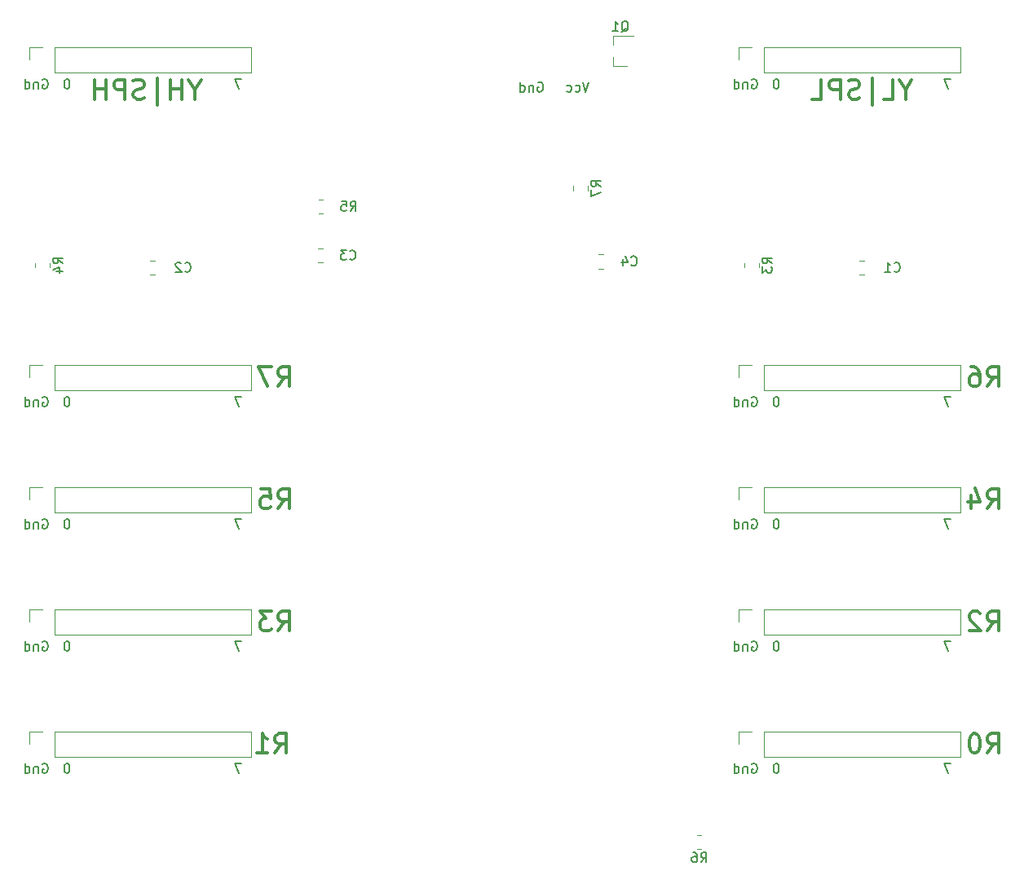
<source format=gbr>
%TF.GenerationSoftware,KiCad,Pcbnew,(5.1.8)-1*%
%TF.CreationDate,2024-01-21T21:11:34+03:00*%
%TF.ProjectId,Regs-v3,52656773-2d76-4332-9e6b-696361645f70,rev?*%
%TF.SameCoordinates,Original*%
%TF.FileFunction,Legend,Bot*%
%TF.FilePolarity,Positive*%
%FSLAX46Y46*%
G04 Gerber Fmt 4.6, Leading zero omitted, Abs format (unit mm)*
G04 Created by KiCad (PCBNEW (5.1.8)-1) date 2024-01-21 21:11:34*
%MOMM*%
%LPD*%
G01*
G04 APERTURE LIST*
%ADD10C,0.300000*%
%ADD11C,0.150000*%
%ADD12C,0.120000*%
G04 APERTURE END LIST*
D10*
X69135000Y-23447380D02*
X69135000Y-24399761D01*
X69801666Y-22399761D02*
X69135000Y-23447380D01*
X68468333Y-22399761D01*
X67801666Y-24399761D02*
X67801666Y-22399761D01*
X67801666Y-23352142D02*
X66658809Y-23352142D01*
X66658809Y-24399761D02*
X66658809Y-22399761D01*
X65230238Y-25066428D02*
X65230238Y-22209285D01*
X63896904Y-24304523D02*
X63611190Y-24399761D01*
X63135000Y-24399761D01*
X62944523Y-24304523D01*
X62849285Y-24209285D01*
X62754047Y-24018809D01*
X62754047Y-23828333D01*
X62849285Y-23637857D01*
X62944523Y-23542619D01*
X63135000Y-23447380D01*
X63515952Y-23352142D01*
X63706428Y-23256904D01*
X63801666Y-23161666D01*
X63896904Y-22971190D01*
X63896904Y-22780714D01*
X63801666Y-22590238D01*
X63706428Y-22495000D01*
X63515952Y-22399761D01*
X63039761Y-22399761D01*
X62754047Y-22495000D01*
X61896904Y-24399761D02*
X61896904Y-22399761D01*
X61135000Y-22399761D01*
X60944523Y-22495000D01*
X60849285Y-22590238D01*
X60754047Y-22780714D01*
X60754047Y-23066428D01*
X60849285Y-23256904D01*
X60944523Y-23352142D01*
X61135000Y-23447380D01*
X61896904Y-23447380D01*
X59896904Y-24399761D02*
X59896904Y-22399761D01*
X59896904Y-23352142D02*
X58754047Y-23352142D01*
X58754047Y-24399761D02*
X58754047Y-22399761D01*
X142953809Y-23447380D02*
X142953809Y-24399761D01*
X143620476Y-22399761D02*
X142953809Y-23447380D01*
X142287142Y-22399761D01*
X140668095Y-24399761D02*
X141620476Y-24399761D01*
X141620476Y-22399761D01*
X139525238Y-25066428D02*
X139525238Y-22209285D01*
X138191904Y-24304523D02*
X137906190Y-24399761D01*
X137430000Y-24399761D01*
X137239523Y-24304523D01*
X137144285Y-24209285D01*
X137049047Y-24018809D01*
X137049047Y-23828333D01*
X137144285Y-23637857D01*
X137239523Y-23542619D01*
X137430000Y-23447380D01*
X137810952Y-23352142D01*
X138001428Y-23256904D01*
X138096666Y-23161666D01*
X138191904Y-22971190D01*
X138191904Y-22780714D01*
X138096666Y-22590238D01*
X138001428Y-22495000D01*
X137810952Y-22399761D01*
X137334761Y-22399761D01*
X137049047Y-22495000D01*
X136191904Y-24399761D02*
X136191904Y-22399761D01*
X135430000Y-22399761D01*
X135239523Y-22495000D01*
X135144285Y-22590238D01*
X135049047Y-22780714D01*
X135049047Y-23066428D01*
X135144285Y-23256904D01*
X135239523Y-23352142D01*
X135430000Y-23447380D01*
X136191904Y-23447380D01*
X133239523Y-24399761D02*
X134191904Y-24399761D01*
X134191904Y-22399761D01*
X151463333Y-92344761D02*
X152130000Y-91392380D01*
X152606190Y-92344761D02*
X152606190Y-90344761D01*
X151844285Y-90344761D01*
X151653809Y-90440000D01*
X151558571Y-90535238D01*
X151463333Y-90725714D01*
X151463333Y-91011428D01*
X151558571Y-91201904D01*
X151653809Y-91297142D01*
X151844285Y-91392380D01*
X152606190Y-91392380D01*
X150225238Y-90344761D02*
X150034761Y-90344761D01*
X149844285Y-90440000D01*
X149749047Y-90535238D01*
X149653809Y-90725714D01*
X149558571Y-91106666D01*
X149558571Y-91582857D01*
X149653809Y-91963809D01*
X149749047Y-92154285D01*
X149844285Y-92249523D01*
X150034761Y-92344761D01*
X150225238Y-92344761D01*
X150415714Y-92249523D01*
X150510952Y-92154285D01*
X150606190Y-91963809D01*
X150701428Y-91582857D01*
X150701428Y-91106666D01*
X150606190Y-90725714D01*
X150510952Y-90535238D01*
X150415714Y-90440000D01*
X150225238Y-90344761D01*
X151463333Y-79644761D02*
X152130000Y-78692380D01*
X152606190Y-79644761D02*
X152606190Y-77644761D01*
X151844285Y-77644761D01*
X151653809Y-77740000D01*
X151558571Y-77835238D01*
X151463333Y-78025714D01*
X151463333Y-78311428D01*
X151558571Y-78501904D01*
X151653809Y-78597142D01*
X151844285Y-78692380D01*
X152606190Y-78692380D01*
X150701428Y-77835238D02*
X150606190Y-77740000D01*
X150415714Y-77644761D01*
X149939523Y-77644761D01*
X149749047Y-77740000D01*
X149653809Y-77835238D01*
X149558571Y-78025714D01*
X149558571Y-78216190D01*
X149653809Y-78501904D01*
X150796666Y-79644761D01*
X149558571Y-79644761D01*
X151463333Y-66944761D02*
X152130000Y-65992380D01*
X152606190Y-66944761D02*
X152606190Y-64944761D01*
X151844285Y-64944761D01*
X151653809Y-65040000D01*
X151558571Y-65135238D01*
X151463333Y-65325714D01*
X151463333Y-65611428D01*
X151558571Y-65801904D01*
X151653809Y-65897142D01*
X151844285Y-65992380D01*
X152606190Y-65992380D01*
X149749047Y-65611428D02*
X149749047Y-66944761D01*
X150225238Y-64849523D02*
X150701428Y-66278095D01*
X149463333Y-66278095D01*
X151463333Y-54244761D02*
X152130000Y-53292380D01*
X152606190Y-54244761D02*
X152606190Y-52244761D01*
X151844285Y-52244761D01*
X151653809Y-52340000D01*
X151558571Y-52435238D01*
X151463333Y-52625714D01*
X151463333Y-52911428D01*
X151558571Y-53101904D01*
X151653809Y-53197142D01*
X151844285Y-53292380D01*
X152606190Y-53292380D01*
X149749047Y-52244761D02*
X150130000Y-52244761D01*
X150320476Y-52340000D01*
X150415714Y-52435238D01*
X150606190Y-52720952D01*
X150701428Y-53101904D01*
X150701428Y-53863809D01*
X150606190Y-54054285D01*
X150510952Y-54149523D01*
X150320476Y-54244761D01*
X149939523Y-54244761D01*
X149749047Y-54149523D01*
X149653809Y-54054285D01*
X149558571Y-53863809D01*
X149558571Y-53387619D01*
X149653809Y-53197142D01*
X149749047Y-53101904D01*
X149939523Y-53006666D01*
X150320476Y-53006666D01*
X150510952Y-53101904D01*
X150606190Y-53197142D01*
X150701428Y-53387619D01*
X77803333Y-54244761D02*
X78470000Y-53292380D01*
X78946190Y-54244761D02*
X78946190Y-52244761D01*
X78184285Y-52244761D01*
X77993809Y-52340000D01*
X77898571Y-52435238D01*
X77803333Y-52625714D01*
X77803333Y-52911428D01*
X77898571Y-53101904D01*
X77993809Y-53197142D01*
X78184285Y-53292380D01*
X78946190Y-53292380D01*
X77136666Y-52244761D02*
X75803333Y-52244761D01*
X76660476Y-54244761D01*
X77803333Y-66944761D02*
X78470000Y-65992380D01*
X78946190Y-66944761D02*
X78946190Y-64944761D01*
X78184285Y-64944761D01*
X77993809Y-65040000D01*
X77898571Y-65135238D01*
X77803333Y-65325714D01*
X77803333Y-65611428D01*
X77898571Y-65801904D01*
X77993809Y-65897142D01*
X78184285Y-65992380D01*
X78946190Y-65992380D01*
X75993809Y-64944761D02*
X76946190Y-64944761D01*
X77041428Y-65897142D01*
X76946190Y-65801904D01*
X76755714Y-65706666D01*
X76279523Y-65706666D01*
X76089047Y-65801904D01*
X75993809Y-65897142D01*
X75898571Y-66087619D01*
X75898571Y-66563809D01*
X75993809Y-66754285D01*
X76089047Y-66849523D01*
X76279523Y-66944761D01*
X76755714Y-66944761D01*
X76946190Y-66849523D01*
X77041428Y-66754285D01*
X77803333Y-79644761D02*
X78470000Y-78692380D01*
X78946190Y-79644761D02*
X78946190Y-77644761D01*
X78184285Y-77644761D01*
X77993809Y-77740000D01*
X77898571Y-77835238D01*
X77803333Y-78025714D01*
X77803333Y-78311428D01*
X77898571Y-78501904D01*
X77993809Y-78597142D01*
X78184285Y-78692380D01*
X78946190Y-78692380D01*
X77136666Y-77644761D02*
X75898571Y-77644761D01*
X76565238Y-78406666D01*
X76279523Y-78406666D01*
X76089047Y-78501904D01*
X75993809Y-78597142D01*
X75898571Y-78787619D01*
X75898571Y-79263809D01*
X75993809Y-79454285D01*
X76089047Y-79549523D01*
X76279523Y-79644761D01*
X76850952Y-79644761D01*
X77041428Y-79549523D01*
X77136666Y-79454285D01*
X77485833Y-92344761D02*
X78152500Y-91392380D01*
X78628690Y-92344761D02*
X78628690Y-90344761D01*
X77866785Y-90344761D01*
X77676309Y-90440000D01*
X77581071Y-90535238D01*
X77485833Y-90725714D01*
X77485833Y-91011428D01*
X77581071Y-91201904D01*
X77676309Y-91297142D01*
X77866785Y-91392380D01*
X78628690Y-91392380D01*
X75581071Y-92344761D02*
X76723928Y-92344761D01*
X76152500Y-92344761D02*
X76152500Y-90344761D01*
X76342976Y-90630476D01*
X76533452Y-90820952D01*
X76723928Y-90916190D01*
D11*
X110092976Y-22629880D02*
X109759642Y-23629880D01*
X109426309Y-22629880D01*
X108664404Y-23582261D02*
X108759642Y-23629880D01*
X108950119Y-23629880D01*
X109045357Y-23582261D01*
X109092976Y-23534642D01*
X109140595Y-23439404D01*
X109140595Y-23153690D01*
X109092976Y-23058452D01*
X109045357Y-23010833D01*
X108950119Y-22963214D01*
X108759642Y-22963214D01*
X108664404Y-23010833D01*
X107807261Y-23582261D02*
X107902500Y-23629880D01*
X108092976Y-23629880D01*
X108188214Y-23582261D01*
X108235833Y-23534642D01*
X108283452Y-23439404D01*
X108283452Y-23153690D01*
X108235833Y-23058452D01*
X108188214Y-23010833D01*
X108092976Y-22963214D01*
X107902500Y-22963214D01*
X107807261Y-23010833D01*
X104782857Y-22677500D02*
X104878095Y-22629880D01*
X105020952Y-22629880D01*
X105163809Y-22677500D01*
X105259047Y-22772738D01*
X105306666Y-22867976D01*
X105354285Y-23058452D01*
X105354285Y-23201309D01*
X105306666Y-23391785D01*
X105259047Y-23487023D01*
X105163809Y-23582261D01*
X105020952Y-23629880D01*
X104925714Y-23629880D01*
X104782857Y-23582261D01*
X104735238Y-23534642D01*
X104735238Y-23201309D01*
X104925714Y-23201309D01*
X104306666Y-22963214D02*
X104306666Y-23629880D01*
X104306666Y-23058452D02*
X104259047Y-23010833D01*
X104163809Y-22963214D01*
X104020952Y-22963214D01*
X103925714Y-23010833D01*
X103878095Y-23106071D01*
X103878095Y-23629880D01*
X102973333Y-23629880D02*
X102973333Y-22629880D01*
X102973333Y-23582261D02*
X103068571Y-23629880D01*
X103259047Y-23629880D01*
X103354285Y-23582261D01*
X103401904Y-23534642D01*
X103449523Y-23439404D01*
X103449523Y-23153690D01*
X103401904Y-23058452D01*
X103354285Y-23010833D01*
X103259047Y-22963214D01*
X103068571Y-22963214D01*
X102973333Y-23010833D01*
X53347857Y-93480000D02*
X53443095Y-93432380D01*
X53585952Y-93432380D01*
X53728809Y-93480000D01*
X53824047Y-93575238D01*
X53871666Y-93670476D01*
X53919285Y-93860952D01*
X53919285Y-94003809D01*
X53871666Y-94194285D01*
X53824047Y-94289523D01*
X53728809Y-94384761D01*
X53585952Y-94432380D01*
X53490714Y-94432380D01*
X53347857Y-94384761D01*
X53300238Y-94337142D01*
X53300238Y-94003809D01*
X53490714Y-94003809D01*
X52871666Y-93765714D02*
X52871666Y-94432380D01*
X52871666Y-93860952D02*
X52824047Y-93813333D01*
X52728809Y-93765714D01*
X52585952Y-93765714D01*
X52490714Y-93813333D01*
X52443095Y-93908571D01*
X52443095Y-94432380D01*
X51538333Y-94432380D02*
X51538333Y-93432380D01*
X51538333Y-94384761D02*
X51633571Y-94432380D01*
X51824047Y-94432380D01*
X51919285Y-94384761D01*
X51966904Y-94337142D01*
X52014523Y-94241904D01*
X52014523Y-93956190D01*
X51966904Y-93860952D01*
X51919285Y-93813333D01*
X51824047Y-93765714D01*
X51633571Y-93765714D01*
X51538333Y-93813333D01*
X73993333Y-93432380D02*
X73326666Y-93432380D01*
X73755238Y-94432380D01*
X55927619Y-93432380D02*
X55832380Y-93432380D01*
X55737142Y-93480000D01*
X55689523Y-93527619D01*
X55641904Y-93622857D01*
X55594285Y-93813333D01*
X55594285Y-94051428D01*
X55641904Y-94241904D01*
X55689523Y-94337142D01*
X55737142Y-94384761D01*
X55832380Y-94432380D01*
X55927619Y-94432380D01*
X56022857Y-94384761D01*
X56070476Y-94337142D01*
X56118095Y-94241904D01*
X56165714Y-94051428D01*
X56165714Y-93813333D01*
X56118095Y-93622857D01*
X56070476Y-93527619D01*
X56022857Y-93480000D01*
X55927619Y-93432380D01*
X53347857Y-80780000D02*
X53443095Y-80732380D01*
X53585952Y-80732380D01*
X53728809Y-80780000D01*
X53824047Y-80875238D01*
X53871666Y-80970476D01*
X53919285Y-81160952D01*
X53919285Y-81303809D01*
X53871666Y-81494285D01*
X53824047Y-81589523D01*
X53728809Y-81684761D01*
X53585952Y-81732380D01*
X53490714Y-81732380D01*
X53347857Y-81684761D01*
X53300238Y-81637142D01*
X53300238Y-81303809D01*
X53490714Y-81303809D01*
X52871666Y-81065714D02*
X52871666Y-81732380D01*
X52871666Y-81160952D02*
X52824047Y-81113333D01*
X52728809Y-81065714D01*
X52585952Y-81065714D01*
X52490714Y-81113333D01*
X52443095Y-81208571D01*
X52443095Y-81732380D01*
X51538333Y-81732380D02*
X51538333Y-80732380D01*
X51538333Y-81684761D02*
X51633571Y-81732380D01*
X51824047Y-81732380D01*
X51919285Y-81684761D01*
X51966904Y-81637142D01*
X52014523Y-81541904D01*
X52014523Y-81256190D01*
X51966904Y-81160952D01*
X51919285Y-81113333D01*
X51824047Y-81065714D01*
X51633571Y-81065714D01*
X51538333Y-81113333D01*
X73993333Y-80732380D02*
X73326666Y-80732380D01*
X73755238Y-81732380D01*
X55927619Y-80732380D02*
X55832380Y-80732380D01*
X55737142Y-80780000D01*
X55689523Y-80827619D01*
X55641904Y-80922857D01*
X55594285Y-81113333D01*
X55594285Y-81351428D01*
X55641904Y-81541904D01*
X55689523Y-81637142D01*
X55737142Y-81684761D01*
X55832380Y-81732380D01*
X55927619Y-81732380D01*
X56022857Y-81684761D01*
X56070476Y-81637142D01*
X56118095Y-81541904D01*
X56165714Y-81351428D01*
X56165714Y-81113333D01*
X56118095Y-80922857D01*
X56070476Y-80827619D01*
X56022857Y-80780000D01*
X55927619Y-80732380D01*
X53347857Y-68080000D02*
X53443095Y-68032380D01*
X53585952Y-68032380D01*
X53728809Y-68080000D01*
X53824047Y-68175238D01*
X53871666Y-68270476D01*
X53919285Y-68460952D01*
X53919285Y-68603809D01*
X53871666Y-68794285D01*
X53824047Y-68889523D01*
X53728809Y-68984761D01*
X53585952Y-69032380D01*
X53490714Y-69032380D01*
X53347857Y-68984761D01*
X53300238Y-68937142D01*
X53300238Y-68603809D01*
X53490714Y-68603809D01*
X52871666Y-68365714D02*
X52871666Y-69032380D01*
X52871666Y-68460952D02*
X52824047Y-68413333D01*
X52728809Y-68365714D01*
X52585952Y-68365714D01*
X52490714Y-68413333D01*
X52443095Y-68508571D01*
X52443095Y-69032380D01*
X51538333Y-69032380D02*
X51538333Y-68032380D01*
X51538333Y-68984761D02*
X51633571Y-69032380D01*
X51824047Y-69032380D01*
X51919285Y-68984761D01*
X51966904Y-68937142D01*
X52014523Y-68841904D01*
X52014523Y-68556190D01*
X51966904Y-68460952D01*
X51919285Y-68413333D01*
X51824047Y-68365714D01*
X51633571Y-68365714D01*
X51538333Y-68413333D01*
X73993333Y-68032380D02*
X73326666Y-68032380D01*
X73755238Y-69032380D01*
X55927619Y-68032380D02*
X55832380Y-68032380D01*
X55737142Y-68080000D01*
X55689523Y-68127619D01*
X55641904Y-68222857D01*
X55594285Y-68413333D01*
X55594285Y-68651428D01*
X55641904Y-68841904D01*
X55689523Y-68937142D01*
X55737142Y-68984761D01*
X55832380Y-69032380D01*
X55927619Y-69032380D01*
X56022857Y-68984761D01*
X56070476Y-68937142D01*
X56118095Y-68841904D01*
X56165714Y-68651428D01*
X56165714Y-68413333D01*
X56118095Y-68222857D01*
X56070476Y-68127619D01*
X56022857Y-68080000D01*
X55927619Y-68032380D01*
X53347857Y-55380000D02*
X53443095Y-55332380D01*
X53585952Y-55332380D01*
X53728809Y-55380000D01*
X53824047Y-55475238D01*
X53871666Y-55570476D01*
X53919285Y-55760952D01*
X53919285Y-55903809D01*
X53871666Y-56094285D01*
X53824047Y-56189523D01*
X53728809Y-56284761D01*
X53585952Y-56332380D01*
X53490714Y-56332380D01*
X53347857Y-56284761D01*
X53300238Y-56237142D01*
X53300238Y-55903809D01*
X53490714Y-55903809D01*
X52871666Y-55665714D02*
X52871666Y-56332380D01*
X52871666Y-55760952D02*
X52824047Y-55713333D01*
X52728809Y-55665714D01*
X52585952Y-55665714D01*
X52490714Y-55713333D01*
X52443095Y-55808571D01*
X52443095Y-56332380D01*
X51538333Y-56332380D02*
X51538333Y-55332380D01*
X51538333Y-56284761D02*
X51633571Y-56332380D01*
X51824047Y-56332380D01*
X51919285Y-56284761D01*
X51966904Y-56237142D01*
X52014523Y-56141904D01*
X52014523Y-55856190D01*
X51966904Y-55760952D01*
X51919285Y-55713333D01*
X51824047Y-55665714D01*
X51633571Y-55665714D01*
X51538333Y-55713333D01*
X73993333Y-55332380D02*
X73326666Y-55332380D01*
X73755238Y-56332380D01*
X55927619Y-55332380D02*
X55832380Y-55332380D01*
X55737142Y-55380000D01*
X55689523Y-55427619D01*
X55641904Y-55522857D01*
X55594285Y-55713333D01*
X55594285Y-55951428D01*
X55641904Y-56141904D01*
X55689523Y-56237142D01*
X55737142Y-56284761D01*
X55832380Y-56332380D01*
X55927619Y-56332380D01*
X56022857Y-56284761D01*
X56070476Y-56237142D01*
X56118095Y-56141904D01*
X56165714Y-55951428D01*
X56165714Y-55713333D01*
X56118095Y-55522857D01*
X56070476Y-55427619D01*
X56022857Y-55380000D01*
X55927619Y-55332380D01*
X53347857Y-22360000D02*
X53443095Y-22312380D01*
X53585952Y-22312380D01*
X53728809Y-22360000D01*
X53824047Y-22455238D01*
X53871666Y-22550476D01*
X53919285Y-22740952D01*
X53919285Y-22883809D01*
X53871666Y-23074285D01*
X53824047Y-23169523D01*
X53728809Y-23264761D01*
X53585952Y-23312380D01*
X53490714Y-23312380D01*
X53347857Y-23264761D01*
X53300238Y-23217142D01*
X53300238Y-22883809D01*
X53490714Y-22883809D01*
X52871666Y-22645714D02*
X52871666Y-23312380D01*
X52871666Y-22740952D02*
X52824047Y-22693333D01*
X52728809Y-22645714D01*
X52585952Y-22645714D01*
X52490714Y-22693333D01*
X52443095Y-22788571D01*
X52443095Y-23312380D01*
X51538333Y-23312380D02*
X51538333Y-22312380D01*
X51538333Y-23264761D02*
X51633571Y-23312380D01*
X51824047Y-23312380D01*
X51919285Y-23264761D01*
X51966904Y-23217142D01*
X52014523Y-23121904D01*
X52014523Y-22836190D01*
X51966904Y-22740952D01*
X51919285Y-22693333D01*
X51824047Y-22645714D01*
X51633571Y-22645714D01*
X51538333Y-22693333D01*
X73993333Y-22312380D02*
X73326666Y-22312380D01*
X73755238Y-23312380D01*
X55927619Y-22312380D02*
X55832380Y-22312380D01*
X55737142Y-22360000D01*
X55689523Y-22407619D01*
X55641904Y-22502857D01*
X55594285Y-22693333D01*
X55594285Y-22931428D01*
X55641904Y-23121904D01*
X55689523Y-23217142D01*
X55737142Y-23264761D01*
X55832380Y-23312380D01*
X55927619Y-23312380D01*
X56022857Y-23264761D01*
X56070476Y-23217142D01*
X56118095Y-23121904D01*
X56165714Y-22931428D01*
X56165714Y-22693333D01*
X56118095Y-22502857D01*
X56070476Y-22407619D01*
X56022857Y-22360000D01*
X55927619Y-22312380D01*
X127007857Y-22360000D02*
X127103095Y-22312380D01*
X127245952Y-22312380D01*
X127388809Y-22360000D01*
X127484047Y-22455238D01*
X127531666Y-22550476D01*
X127579285Y-22740952D01*
X127579285Y-22883809D01*
X127531666Y-23074285D01*
X127484047Y-23169523D01*
X127388809Y-23264761D01*
X127245952Y-23312380D01*
X127150714Y-23312380D01*
X127007857Y-23264761D01*
X126960238Y-23217142D01*
X126960238Y-22883809D01*
X127150714Y-22883809D01*
X126531666Y-22645714D02*
X126531666Y-23312380D01*
X126531666Y-22740952D02*
X126484047Y-22693333D01*
X126388809Y-22645714D01*
X126245952Y-22645714D01*
X126150714Y-22693333D01*
X126103095Y-22788571D01*
X126103095Y-23312380D01*
X125198333Y-23312380D02*
X125198333Y-22312380D01*
X125198333Y-23264761D02*
X125293571Y-23312380D01*
X125484047Y-23312380D01*
X125579285Y-23264761D01*
X125626904Y-23217142D01*
X125674523Y-23121904D01*
X125674523Y-22836190D01*
X125626904Y-22740952D01*
X125579285Y-22693333D01*
X125484047Y-22645714D01*
X125293571Y-22645714D01*
X125198333Y-22693333D01*
X147653333Y-22312380D02*
X146986666Y-22312380D01*
X147415238Y-23312380D01*
X129587619Y-22312380D02*
X129492380Y-22312380D01*
X129397142Y-22360000D01*
X129349523Y-22407619D01*
X129301904Y-22502857D01*
X129254285Y-22693333D01*
X129254285Y-22931428D01*
X129301904Y-23121904D01*
X129349523Y-23217142D01*
X129397142Y-23264761D01*
X129492380Y-23312380D01*
X129587619Y-23312380D01*
X129682857Y-23264761D01*
X129730476Y-23217142D01*
X129778095Y-23121904D01*
X129825714Y-22931428D01*
X129825714Y-22693333D01*
X129778095Y-22502857D01*
X129730476Y-22407619D01*
X129682857Y-22360000D01*
X129587619Y-22312380D01*
X127007857Y-55380000D02*
X127103095Y-55332380D01*
X127245952Y-55332380D01*
X127388809Y-55380000D01*
X127484047Y-55475238D01*
X127531666Y-55570476D01*
X127579285Y-55760952D01*
X127579285Y-55903809D01*
X127531666Y-56094285D01*
X127484047Y-56189523D01*
X127388809Y-56284761D01*
X127245952Y-56332380D01*
X127150714Y-56332380D01*
X127007857Y-56284761D01*
X126960238Y-56237142D01*
X126960238Y-55903809D01*
X127150714Y-55903809D01*
X126531666Y-55665714D02*
X126531666Y-56332380D01*
X126531666Y-55760952D02*
X126484047Y-55713333D01*
X126388809Y-55665714D01*
X126245952Y-55665714D01*
X126150714Y-55713333D01*
X126103095Y-55808571D01*
X126103095Y-56332380D01*
X125198333Y-56332380D02*
X125198333Y-55332380D01*
X125198333Y-56284761D02*
X125293571Y-56332380D01*
X125484047Y-56332380D01*
X125579285Y-56284761D01*
X125626904Y-56237142D01*
X125674523Y-56141904D01*
X125674523Y-55856190D01*
X125626904Y-55760952D01*
X125579285Y-55713333D01*
X125484047Y-55665714D01*
X125293571Y-55665714D01*
X125198333Y-55713333D01*
X147653333Y-55332380D02*
X146986666Y-55332380D01*
X147415238Y-56332380D01*
X129587619Y-55332380D02*
X129492380Y-55332380D01*
X129397142Y-55380000D01*
X129349523Y-55427619D01*
X129301904Y-55522857D01*
X129254285Y-55713333D01*
X129254285Y-55951428D01*
X129301904Y-56141904D01*
X129349523Y-56237142D01*
X129397142Y-56284761D01*
X129492380Y-56332380D01*
X129587619Y-56332380D01*
X129682857Y-56284761D01*
X129730476Y-56237142D01*
X129778095Y-56141904D01*
X129825714Y-55951428D01*
X129825714Y-55713333D01*
X129778095Y-55522857D01*
X129730476Y-55427619D01*
X129682857Y-55380000D01*
X129587619Y-55332380D01*
X127007857Y-68080000D02*
X127103095Y-68032380D01*
X127245952Y-68032380D01*
X127388809Y-68080000D01*
X127484047Y-68175238D01*
X127531666Y-68270476D01*
X127579285Y-68460952D01*
X127579285Y-68603809D01*
X127531666Y-68794285D01*
X127484047Y-68889523D01*
X127388809Y-68984761D01*
X127245952Y-69032380D01*
X127150714Y-69032380D01*
X127007857Y-68984761D01*
X126960238Y-68937142D01*
X126960238Y-68603809D01*
X127150714Y-68603809D01*
X126531666Y-68365714D02*
X126531666Y-69032380D01*
X126531666Y-68460952D02*
X126484047Y-68413333D01*
X126388809Y-68365714D01*
X126245952Y-68365714D01*
X126150714Y-68413333D01*
X126103095Y-68508571D01*
X126103095Y-69032380D01*
X125198333Y-69032380D02*
X125198333Y-68032380D01*
X125198333Y-68984761D02*
X125293571Y-69032380D01*
X125484047Y-69032380D01*
X125579285Y-68984761D01*
X125626904Y-68937142D01*
X125674523Y-68841904D01*
X125674523Y-68556190D01*
X125626904Y-68460952D01*
X125579285Y-68413333D01*
X125484047Y-68365714D01*
X125293571Y-68365714D01*
X125198333Y-68413333D01*
X147653333Y-68032380D02*
X146986666Y-68032380D01*
X147415238Y-69032380D01*
X129587619Y-68032380D02*
X129492380Y-68032380D01*
X129397142Y-68080000D01*
X129349523Y-68127619D01*
X129301904Y-68222857D01*
X129254285Y-68413333D01*
X129254285Y-68651428D01*
X129301904Y-68841904D01*
X129349523Y-68937142D01*
X129397142Y-68984761D01*
X129492380Y-69032380D01*
X129587619Y-69032380D01*
X129682857Y-68984761D01*
X129730476Y-68937142D01*
X129778095Y-68841904D01*
X129825714Y-68651428D01*
X129825714Y-68413333D01*
X129778095Y-68222857D01*
X129730476Y-68127619D01*
X129682857Y-68080000D01*
X129587619Y-68032380D01*
X127007857Y-80780000D02*
X127103095Y-80732380D01*
X127245952Y-80732380D01*
X127388809Y-80780000D01*
X127484047Y-80875238D01*
X127531666Y-80970476D01*
X127579285Y-81160952D01*
X127579285Y-81303809D01*
X127531666Y-81494285D01*
X127484047Y-81589523D01*
X127388809Y-81684761D01*
X127245952Y-81732380D01*
X127150714Y-81732380D01*
X127007857Y-81684761D01*
X126960238Y-81637142D01*
X126960238Y-81303809D01*
X127150714Y-81303809D01*
X126531666Y-81065714D02*
X126531666Y-81732380D01*
X126531666Y-81160952D02*
X126484047Y-81113333D01*
X126388809Y-81065714D01*
X126245952Y-81065714D01*
X126150714Y-81113333D01*
X126103095Y-81208571D01*
X126103095Y-81732380D01*
X125198333Y-81732380D02*
X125198333Y-80732380D01*
X125198333Y-81684761D02*
X125293571Y-81732380D01*
X125484047Y-81732380D01*
X125579285Y-81684761D01*
X125626904Y-81637142D01*
X125674523Y-81541904D01*
X125674523Y-81256190D01*
X125626904Y-81160952D01*
X125579285Y-81113333D01*
X125484047Y-81065714D01*
X125293571Y-81065714D01*
X125198333Y-81113333D01*
X147653333Y-80732380D02*
X146986666Y-80732380D01*
X147415238Y-81732380D01*
X129587619Y-80732380D02*
X129492380Y-80732380D01*
X129397142Y-80780000D01*
X129349523Y-80827619D01*
X129301904Y-80922857D01*
X129254285Y-81113333D01*
X129254285Y-81351428D01*
X129301904Y-81541904D01*
X129349523Y-81637142D01*
X129397142Y-81684761D01*
X129492380Y-81732380D01*
X129587619Y-81732380D01*
X129682857Y-81684761D01*
X129730476Y-81637142D01*
X129778095Y-81541904D01*
X129825714Y-81351428D01*
X129825714Y-81113333D01*
X129778095Y-80922857D01*
X129730476Y-80827619D01*
X129682857Y-80780000D01*
X129587619Y-80732380D01*
X127007857Y-93480000D02*
X127103095Y-93432380D01*
X127245952Y-93432380D01*
X127388809Y-93480000D01*
X127484047Y-93575238D01*
X127531666Y-93670476D01*
X127579285Y-93860952D01*
X127579285Y-94003809D01*
X127531666Y-94194285D01*
X127484047Y-94289523D01*
X127388809Y-94384761D01*
X127245952Y-94432380D01*
X127150714Y-94432380D01*
X127007857Y-94384761D01*
X126960238Y-94337142D01*
X126960238Y-94003809D01*
X127150714Y-94003809D01*
X126531666Y-93765714D02*
X126531666Y-94432380D01*
X126531666Y-93860952D02*
X126484047Y-93813333D01*
X126388809Y-93765714D01*
X126245952Y-93765714D01*
X126150714Y-93813333D01*
X126103095Y-93908571D01*
X126103095Y-94432380D01*
X125198333Y-94432380D02*
X125198333Y-93432380D01*
X125198333Y-94384761D02*
X125293571Y-94432380D01*
X125484047Y-94432380D01*
X125579285Y-94384761D01*
X125626904Y-94337142D01*
X125674523Y-94241904D01*
X125674523Y-93956190D01*
X125626904Y-93860952D01*
X125579285Y-93813333D01*
X125484047Y-93765714D01*
X125293571Y-93765714D01*
X125198333Y-93813333D01*
X147653333Y-93432380D02*
X146986666Y-93432380D01*
X147415238Y-94432380D01*
X129587619Y-93432380D02*
X129492380Y-93432380D01*
X129397142Y-93480000D01*
X129349523Y-93527619D01*
X129301904Y-93622857D01*
X129254285Y-93813333D01*
X129254285Y-94051428D01*
X129301904Y-94241904D01*
X129349523Y-94337142D01*
X129397142Y-94384761D01*
X129492380Y-94432380D01*
X129587619Y-94432380D01*
X129682857Y-94384761D01*
X129730476Y-94337142D01*
X129778095Y-94241904D01*
X129825714Y-94051428D01*
X129825714Y-93813333D01*
X129778095Y-93622857D01*
X129730476Y-93527619D01*
X129682857Y-93480000D01*
X129587619Y-93432380D01*
D12*
%TO.C,R7*%
X109955000Y-33882064D02*
X109955000Y-33427936D01*
X108485000Y-33882064D02*
X108485000Y-33427936D01*
%TO.C,Q1*%
X112587500Y-20947500D02*
X112587500Y-20017500D01*
X112587500Y-17787500D02*
X112587500Y-18717500D01*
X112587500Y-17787500D02*
X114747500Y-17787500D01*
X112587500Y-20947500D02*
X114047500Y-20947500D01*
%TO.C,C4*%
X111096248Y-42010000D02*
X111618752Y-42010000D01*
X111096248Y-40540000D02*
X111618752Y-40540000D01*
%TO.C,C3*%
X81971248Y-41375000D02*
X82493752Y-41375000D01*
X81971248Y-39905000D02*
X82493752Y-39905000D01*
%TO.C,C2*%
X64508748Y-42645000D02*
X65031252Y-42645000D01*
X64508748Y-41175000D02*
X65031252Y-41175000D01*
%TO.C,C1*%
X138168748Y-42645000D02*
X138691252Y-42645000D01*
X138168748Y-41175000D02*
X138691252Y-41175000D01*
%TO.C,R6*%
X121327936Y-102335000D02*
X121782064Y-102335000D01*
X121327936Y-100865000D02*
X121782064Y-100865000D01*
%TO.C,R5*%
X82459564Y-34825000D02*
X82005436Y-34825000D01*
X82459564Y-36295000D02*
X82005436Y-36295000D01*
%TO.C,R4*%
X52605000Y-41867064D02*
X52605000Y-41412936D01*
X54075000Y-41867064D02*
X54075000Y-41412936D01*
%TO.C,R3*%
X126265000Y-41867064D02*
X126265000Y-41412936D01*
X127735000Y-41867064D02*
X127735000Y-41412936D01*
%TO.C,J10*%
X52010000Y-18990000D02*
X52010000Y-20320000D01*
X53340000Y-18990000D02*
X52010000Y-18990000D01*
X54610000Y-18990000D02*
X54610000Y-21650000D01*
X54610000Y-21650000D02*
X74990000Y-21650000D01*
X54610000Y-18990000D02*
X74990000Y-18990000D01*
X74990000Y-18990000D02*
X74990000Y-21650000D01*
%TO.C,J9*%
X148650000Y-18990000D02*
X148650000Y-21650000D01*
X128270000Y-18990000D02*
X148650000Y-18990000D01*
X128270000Y-21650000D02*
X148650000Y-21650000D01*
X128270000Y-18990000D02*
X128270000Y-21650000D01*
X127000000Y-18990000D02*
X125670000Y-18990000D01*
X125670000Y-18990000D02*
X125670000Y-20320000D01*
%TO.C,J8*%
X74990000Y-52010000D02*
X74990000Y-54670000D01*
X54610000Y-52010000D02*
X74990000Y-52010000D01*
X54610000Y-54670000D02*
X74990000Y-54670000D01*
X54610000Y-52010000D02*
X54610000Y-54670000D01*
X53340000Y-52010000D02*
X52010000Y-52010000D01*
X52010000Y-52010000D02*
X52010000Y-53340000D01*
%TO.C,J7*%
X148650000Y-52010000D02*
X148650000Y-54670000D01*
X128270000Y-52010000D02*
X148650000Y-52010000D01*
X128270000Y-54670000D02*
X148650000Y-54670000D01*
X128270000Y-52010000D02*
X128270000Y-54670000D01*
X127000000Y-52010000D02*
X125670000Y-52010000D01*
X125670000Y-52010000D02*
X125670000Y-53340000D01*
%TO.C,J6*%
X74990000Y-64710000D02*
X74990000Y-67370000D01*
X54610000Y-64710000D02*
X74990000Y-64710000D01*
X54610000Y-67370000D02*
X74990000Y-67370000D01*
X54610000Y-64710000D02*
X54610000Y-67370000D01*
X53340000Y-64710000D02*
X52010000Y-64710000D01*
X52010000Y-64710000D02*
X52010000Y-66040000D01*
%TO.C,J5*%
X148650000Y-64710000D02*
X148650000Y-67370000D01*
X128270000Y-64710000D02*
X148650000Y-64710000D01*
X128270000Y-67370000D02*
X148650000Y-67370000D01*
X128270000Y-64710000D02*
X128270000Y-67370000D01*
X127000000Y-64710000D02*
X125670000Y-64710000D01*
X125670000Y-64710000D02*
X125670000Y-66040000D01*
%TO.C,J4*%
X74990000Y-77410000D02*
X74990000Y-80070000D01*
X54610000Y-77410000D02*
X74990000Y-77410000D01*
X54610000Y-80070000D02*
X74990000Y-80070000D01*
X54610000Y-77410000D02*
X54610000Y-80070000D01*
X53340000Y-77410000D02*
X52010000Y-77410000D01*
X52010000Y-77410000D02*
X52010000Y-78740000D01*
%TO.C,J3*%
X148650000Y-77410000D02*
X148650000Y-80070000D01*
X128270000Y-77410000D02*
X148650000Y-77410000D01*
X128270000Y-80070000D02*
X148650000Y-80070000D01*
X128270000Y-77410000D02*
X128270000Y-80070000D01*
X127000000Y-77410000D02*
X125670000Y-77410000D01*
X125670000Y-77410000D02*
X125670000Y-78740000D01*
%TO.C,J2*%
X74990000Y-90110000D02*
X74990000Y-92770000D01*
X54610000Y-90110000D02*
X74990000Y-90110000D01*
X54610000Y-92770000D02*
X74990000Y-92770000D01*
X54610000Y-90110000D02*
X54610000Y-92770000D01*
X53340000Y-90110000D02*
X52010000Y-90110000D01*
X52010000Y-90110000D02*
X52010000Y-91440000D01*
%TO.C,J1*%
X148650000Y-90110000D02*
X148650000Y-92770000D01*
X128270000Y-90110000D02*
X148650000Y-90110000D01*
X128270000Y-92770000D02*
X148650000Y-92770000D01*
X128270000Y-90110000D02*
X128270000Y-92770000D01*
X127000000Y-90110000D02*
X125670000Y-90110000D01*
X125670000Y-90110000D02*
X125670000Y-91440000D01*
%TO.C,R7*%
D11*
X111322380Y-33488333D02*
X110846190Y-33155000D01*
X111322380Y-32916904D02*
X110322380Y-32916904D01*
X110322380Y-33297857D01*
X110370000Y-33393095D01*
X110417619Y-33440714D01*
X110512857Y-33488333D01*
X110655714Y-33488333D01*
X110750952Y-33440714D01*
X110798571Y-33393095D01*
X110846190Y-33297857D01*
X110846190Y-32916904D01*
X110322380Y-33821666D02*
X110322380Y-34488333D01*
X111322380Y-34059761D01*
%TO.C,Q1*%
X113442738Y-17415119D02*
X113537976Y-17367500D01*
X113633214Y-17272261D01*
X113776071Y-17129404D01*
X113871309Y-17081785D01*
X113966547Y-17081785D01*
X113918928Y-17319880D02*
X114014166Y-17272261D01*
X114109404Y-17177023D01*
X114157023Y-16986547D01*
X114157023Y-16653214D01*
X114109404Y-16462738D01*
X114014166Y-16367500D01*
X113918928Y-16319880D01*
X113728452Y-16319880D01*
X113633214Y-16367500D01*
X113537976Y-16462738D01*
X113490357Y-16653214D01*
X113490357Y-16986547D01*
X113537976Y-17177023D01*
X113633214Y-17272261D01*
X113728452Y-17319880D01*
X113918928Y-17319880D01*
X112537976Y-17319880D02*
X113109404Y-17319880D01*
X112823690Y-17319880D02*
X112823690Y-16319880D01*
X112918928Y-16462738D01*
X113014166Y-16557976D01*
X113109404Y-16605595D01*
%TO.C,C4*%
X114466666Y-41632142D02*
X114514285Y-41679761D01*
X114657142Y-41727380D01*
X114752380Y-41727380D01*
X114895238Y-41679761D01*
X114990476Y-41584523D01*
X115038095Y-41489285D01*
X115085714Y-41298809D01*
X115085714Y-41155952D01*
X115038095Y-40965476D01*
X114990476Y-40870238D01*
X114895238Y-40775000D01*
X114752380Y-40727380D01*
X114657142Y-40727380D01*
X114514285Y-40775000D01*
X114466666Y-40822619D01*
X113609523Y-41060714D02*
X113609523Y-41727380D01*
X113847619Y-40679761D02*
X114085714Y-41394047D01*
X113466666Y-41394047D01*
%TO.C,C3*%
X85256666Y-40997142D02*
X85304285Y-41044761D01*
X85447142Y-41092380D01*
X85542380Y-41092380D01*
X85685238Y-41044761D01*
X85780476Y-40949523D01*
X85828095Y-40854285D01*
X85875714Y-40663809D01*
X85875714Y-40520952D01*
X85828095Y-40330476D01*
X85780476Y-40235238D01*
X85685238Y-40140000D01*
X85542380Y-40092380D01*
X85447142Y-40092380D01*
X85304285Y-40140000D01*
X85256666Y-40187619D01*
X84923333Y-40092380D02*
X84304285Y-40092380D01*
X84637619Y-40473333D01*
X84494761Y-40473333D01*
X84399523Y-40520952D01*
X84351904Y-40568571D01*
X84304285Y-40663809D01*
X84304285Y-40901904D01*
X84351904Y-40997142D01*
X84399523Y-41044761D01*
X84494761Y-41092380D01*
X84780476Y-41092380D01*
X84875714Y-41044761D01*
X84923333Y-40997142D01*
%TO.C,C2*%
X68111666Y-42267142D02*
X68159285Y-42314761D01*
X68302142Y-42362380D01*
X68397380Y-42362380D01*
X68540238Y-42314761D01*
X68635476Y-42219523D01*
X68683095Y-42124285D01*
X68730714Y-41933809D01*
X68730714Y-41790952D01*
X68683095Y-41600476D01*
X68635476Y-41505238D01*
X68540238Y-41410000D01*
X68397380Y-41362380D01*
X68302142Y-41362380D01*
X68159285Y-41410000D01*
X68111666Y-41457619D01*
X67730714Y-41457619D02*
X67683095Y-41410000D01*
X67587857Y-41362380D01*
X67349761Y-41362380D01*
X67254523Y-41410000D01*
X67206904Y-41457619D01*
X67159285Y-41552857D01*
X67159285Y-41648095D01*
X67206904Y-41790952D01*
X67778333Y-42362380D01*
X67159285Y-42362380D01*
%TO.C,C1*%
X141771666Y-42267142D02*
X141819285Y-42314761D01*
X141962142Y-42362380D01*
X142057380Y-42362380D01*
X142200238Y-42314761D01*
X142295476Y-42219523D01*
X142343095Y-42124285D01*
X142390714Y-41933809D01*
X142390714Y-41790952D01*
X142343095Y-41600476D01*
X142295476Y-41505238D01*
X142200238Y-41410000D01*
X142057380Y-41362380D01*
X141962142Y-41362380D01*
X141819285Y-41410000D01*
X141771666Y-41457619D01*
X140819285Y-42362380D02*
X141390714Y-42362380D01*
X141105000Y-42362380D02*
X141105000Y-41362380D01*
X141200238Y-41505238D01*
X141295476Y-41600476D01*
X141390714Y-41648095D01*
%TO.C,R6*%
X121721666Y-103702380D02*
X122055000Y-103226190D01*
X122293095Y-103702380D02*
X122293095Y-102702380D01*
X121912142Y-102702380D01*
X121816904Y-102750000D01*
X121769285Y-102797619D01*
X121721666Y-102892857D01*
X121721666Y-103035714D01*
X121769285Y-103130952D01*
X121816904Y-103178571D01*
X121912142Y-103226190D01*
X122293095Y-103226190D01*
X120864523Y-102702380D02*
X121055000Y-102702380D01*
X121150238Y-102750000D01*
X121197857Y-102797619D01*
X121293095Y-102940476D01*
X121340714Y-103130952D01*
X121340714Y-103511904D01*
X121293095Y-103607142D01*
X121245476Y-103654761D01*
X121150238Y-103702380D01*
X120959761Y-103702380D01*
X120864523Y-103654761D01*
X120816904Y-103607142D01*
X120769285Y-103511904D01*
X120769285Y-103273809D01*
X120816904Y-103178571D01*
X120864523Y-103130952D01*
X120959761Y-103083333D01*
X121150238Y-103083333D01*
X121245476Y-103130952D01*
X121293095Y-103178571D01*
X121340714Y-103273809D01*
%TO.C,R5*%
X85304166Y-36012380D02*
X85637500Y-35536190D01*
X85875595Y-36012380D02*
X85875595Y-35012380D01*
X85494642Y-35012380D01*
X85399404Y-35060000D01*
X85351785Y-35107619D01*
X85304166Y-35202857D01*
X85304166Y-35345714D01*
X85351785Y-35440952D01*
X85399404Y-35488571D01*
X85494642Y-35536190D01*
X85875595Y-35536190D01*
X84399404Y-35012380D02*
X84875595Y-35012380D01*
X84923214Y-35488571D01*
X84875595Y-35440952D01*
X84780357Y-35393333D01*
X84542261Y-35393333D01*
X84447023Y-35440952D01*
X84399404Y-35488571D01*
X84351785Y-35583809D01*
X84351785Y-35821904D01*
X84399404Y-35917142D01*
X84447023Y-35964761D01*
X84542261Y-36012380D01*
X84780357Y-36012380D01*
X84875595Y-35964761D01*
X84923214Y-35917142D01*
%TO.C,R4*%
X55442380Y-41473333D02*
X54966190Y-41140000D01*
X55442380Y-40901904D02*
X54442380Y-40901904D01*
X54442380Y-41282857D01*
X54490000Y-41378095D01*
X54537619Y-41425714D01*
X54632857Y-41473333D01*
X54775714Y-41473333D01*
X54870952Y-41425714D01*
X54918571Y-41378095D01*
X54966190Y-41282857D01*
X54966190Y-40901904D01*
X54775714Y-42330476D02*
X55442380Y-42330476D01*
X54394761Y-42092380D02*
X55109047Y-41854285D01*
X55109047Y-42473333D01*
%TO.C,R3*%
X129102380Y-41473333D02*
X128626190Y-41140000D01*
X129102380Y-40901904D02*
X128102380Y-40901904D01*
X128102380Y-41282857D01*
X128150000Y-41378095D01*
X128197619Y-41425714D01*
X128292857Y-41473333D01*
X128435714Y-41473333D01*
X128530952Y-41425714D01*
X128578571Y-41378095D01*
X128626190Y-41282857D01*
X128626190Y-40901904D01*
X128102380Y-41806666D02*
X128102380Y-42425714D01*
X128483333Y-42092380D01*
X128483333Y-42235238D01*
X128530952Y-42330476D01*
X128578571Y-42378095D01*
X128673809Y-42425714D01*
X128911904Y-42425714D01*
X129007142Y-42378095D01*
X129054761Y-42330476D01*
X129102380Y-42235238D01*
X129102380Y-41949523D01*
X129054761Y-41854285D01*
X129007142Y-41806666D01*
%TD*%
M02*

</source>
